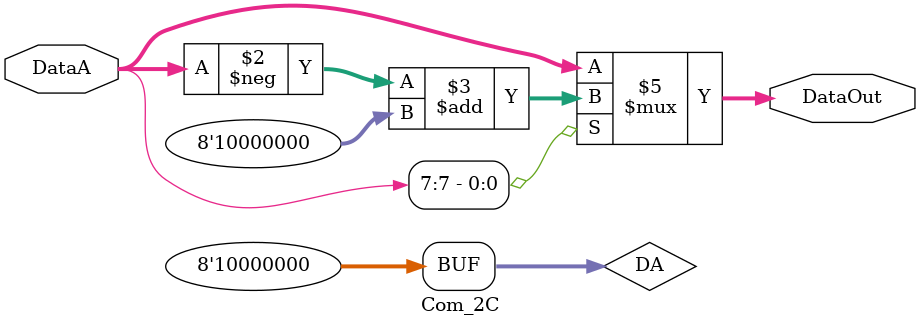
<source format=v>
module Com_2C(DataA,DataOut);
input[7:0]DataA;
output[7:0]DataOut;
reg[7:0]DataOut;
reg[7:0]DA;

always@(DataA)
 begin
  DA=8'b10000000;
  if(DataA[7])
   begin
    DataOut=-DataA+DA;
   end
  else
   DataOut=DataA;
 end

endmodule
</source>
